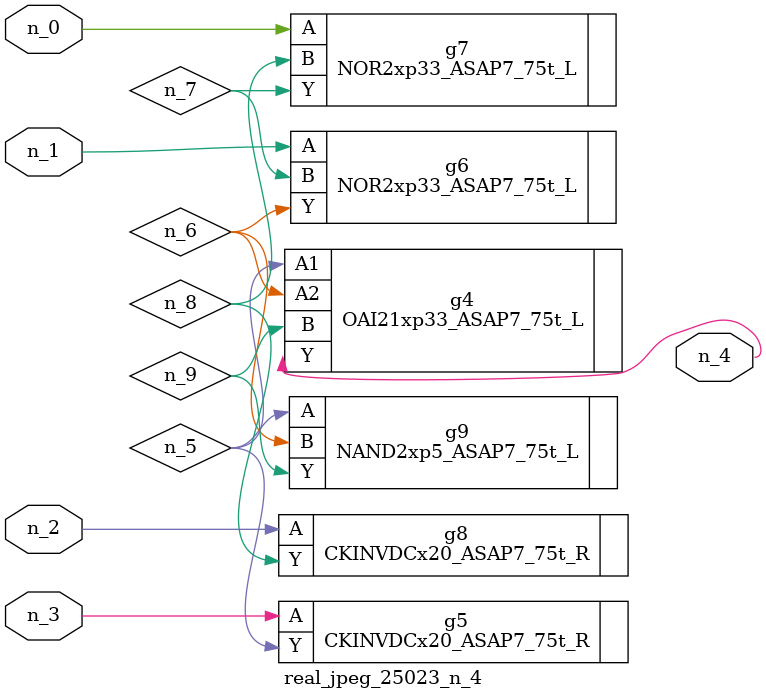
<source format=v>
module real_jpeg_25023_n_4 (n_3, n_1, n_0, n_2, n_4);

input n_3;
input n_1;
input n_0;
input n_2;

output n_4;

wire n_5;
wire n_8;
wire n_6;
wire n_7;
wire n_9;

NOR2xp33_ASAP7_75t_L g7 ( 
.A(n_0),
.B(n_8),
.Y(n_7)
);

NOR2xp33_ASAP7_75t_L g6 ( 
.A(n_1),
.B(n_7),
.Y(n_6)
);

CKINVDCx20_ASAP7_75t_R g8 ( 
.A(n_2),
.Y(n_8)
);

CKINVDCx20_ASAP7_75t_R g5 ( 
.A(n_3),
.Y(n_5)
);

OAI21xp33_ASAP7_75t_L g4 ( 
.A1(n_5),
.A2(n_6),
.B(n_9),
.Y(n_4)
);

NAND2xp5_ASAP7_75t_L g9 ( 
.A(n_5),
.B(n_6),
.Y(n_9)
);


endmodule
</source>
